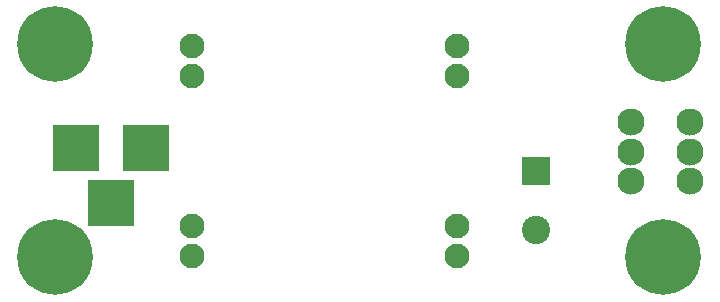
<source format=gbr>
%TF.GenerationSoftware,KiCad,Pcbnew,(5.0.0-3-g5ebb6b6)*%
%TF.CreationDate,2019-03-22T16:01:31+00:00*%
%TF.ProjectId,moodie_control_board,6D6F6F6469655F636F6E74726F6C5F62,rev?*%
%TF.SameCoordinates,Original*%
%TF.FileFunction,Soldermask,Bot*%
%TF.FilePolarity,Negative*%
%FSLAX46Y46*%
G04 Gerber Fmt 4.6, Leading zero omitted, Abs format (unit mm)*
G04 Created by KiCad (PCBNEW (5.0.0-3-g5ebb6b6)) date Friday 22 March 2019 at 16:01:31*
%MOMM*%
%LPD*%
G01*
G04 APERTURE LIST*
%ADD10C,6.400000*%
%ADD11C,2.300000*%
%ADD12C,2.400000*%
%ADD13R,2.400000X2.400000*%
%ADD14C,2.100000*%
%ADD15R,3.900000X3.900000*%
G04 APERTURE END LIST*
D10*
X102750000Y-106000000D03*
X102750000Y-88000000D03*
X51250000Y-106000000D03*
X51250000Y-88000000D03*
D11*
X100000000Y-94600000D03*
X100000000Y-99600000D03*
X100000000Y-97100000D03*
X105000000Y-94600000D03*
X105000000Y-97100000D03*
X105000000Y-99600000D03*
D12*
X92000000Y-103750000D03*
D13*
X92000000Y-98750000D03*
D14*
X85250000Y-88100000D03*
X85250000Y-90640000D03*
X85250000Y-103340000D03*
X85250000Y-105880000D03*
X62850000Y-88100000D03*
X62850000Y-90640000D03*
X62850000Y-103340000D03*
X62850000Y-105880000D03*
D15*
X56000000Y-101450000D03*
X53000000Y-96750000D03*
X59000000Y-96750000D03*
M02*

</source>
